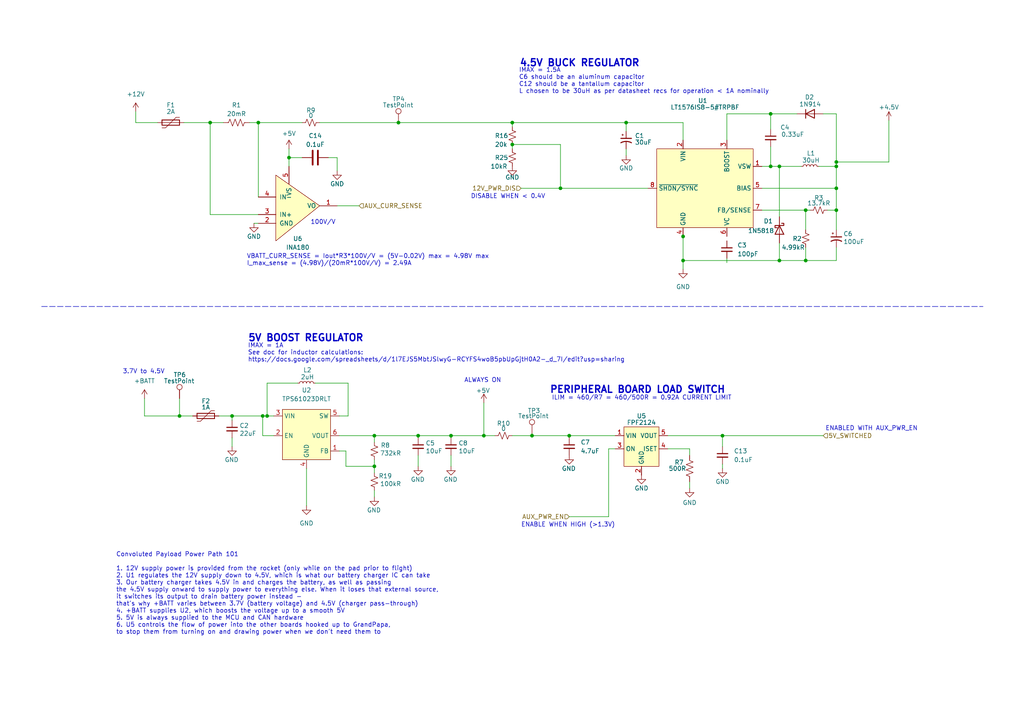
<source format=kicad_sch>
(kicad_sch (version 20211123) (generator eeschema)
  (paper "A4")
  (lib_symbols
    (symbol "CANHW:INA180" (pin_names (offset 1.016))
      (property "Reference" "U" (at -5.08 13.97 0))
      (property "Value" "INA180" (at -11.43 15.24 0))
      (symbol "INA180_0_1"
        (polyline (pts (xy 5.08 0) (xy -7.62 8.89)))
        (polyline (pts (xy -7.62 8.89) (xy -7.62 -10.16) (xy 5.08 0)) (fill (type background)))
      )
      (symbol "INA180_1_1"
        (pin output line (at 10.16 0 180) (length 5.08) (name "VO") (number "1"))
        (pin power_in line (at -12.7 -5.08 0) (length 5.08) (name "GND") (number "2"))
        (pin input line (at -12.7 -2.54 0) (length 5.08) (name "IN+") (number "3"))
        (pin input line (at -12.7 2.54 0) (length 5.08) (name "IN-") (number "4"))
        (pin power_in line (at -3.81 11.43 270) (length 5.08) (name "VS") (number "5"))
      )
    )
    (symbol "Connector:TestPoint" (pin_numbers hide) (pin_names (offset 0.762) hide)
      (property "Reference" "TP" (at 0 6.858 0))
      (property "Value" "TestPoint" (at 0 5.08 0))
      (symbol "TestPoint_0_1"
        (circle (center 0 3.302) (radius 0.762))
      )
      (symbol "TestPoint_1_1"
        (pin passive line (at 0 0 90) (length 2.54) (name "1") (number "1"))
      )
    )
    (symbol "Device:C" (pin_numbers hide) (pin_names (offset 0.254))
      (property "Reference" "C" (at 0.635 2.54 0))
      (property "Value" "C" (at 0.635 -2.54 0))
      (symbol "C_0_1"
        (polyline (pts (xy -2.032 -0.762) (xy 2.032 -0.762)) (stroke (width 0.508)))
        (polyline (pts (xy -2.032 0.762) (xy 2.032 0.762)) (stroke (width 0.508)))
      )
      (symbol "C_1_1"
        (pin passive line (at 0 3.81 270) (length 2.794) (name "~") (number "1"))
        (pin passive line (at 0 -3.81 90) (length 2.794) (name "~") (number "2"))
      )
    )
    (symbol "Device:C_Polarized_Small_US" (pin_numbers hide) (pin_names (offset 0.254) hide)
      (property "Reference" "C" (at 0.254 1.778 0))
      (property "Value" "C_Polarized_Small_US" (at 0.254 -2.032 0))
      (symbol "C_Polarized_Small_US_0_1"
        (polyline (pts (xy -1.524 0.508) (xy 1.524 0.508)) (stroke (width 0.3048)))
        (polyline (pts (xy -1.27 1.524) (xy -0.762 1.524)))
        (polyline (pts (xy -1.016 1.27) (xy -1.016 1.778)))
        (arc (start 1.524 -0.762) (mid 0 -0.3734) (end -1.524 -0.762) (stroke (width 0.3048)))
      )
      (symbol "C_Polarized_Small_US_1_1"
        (pin passive line (at 0 2.54 270) (length 2.032) (name "~") (number "1"))
        (pin passive line (at 0 -2.54 90) (length 2.032) (name "~") (number "2"))
      )
    )
    (symbol "Device:C_Small" (pin_numbers hide) (pin_names (offset 0.254) hide)
      (property "Reference" "C" (at 0.254 1.778 0))
      (property "Value" "C_Small" (at 0.254 -2.032 0))
      (symbol "C_Small_0_1"
        (polyline (pts (xy -1.524 -0.508) (xy 1.524 -0.508)) (stroke (width 0.3302)))
        (polyline (pts (xy -1.524 0.508) (xy 1.524 0.508)) (stroke (width 0.3048)))
      )
      (symbol "C_Small_1_1"
        (pin passive line (at 0 2.54 270) (length 2.032) (name "~") (number "1"))
        (pin passive line (at 0 -2.54 90) (length 2.032) (name "~") (number "2"))
      )
    )
    (symbol "Device:L_Small" (pin_numbers hide) (pin_names (offset 0.254) hide)
      (property "Reference" "L" (at 0.762 1.016 0))
      (property "Value" "L_Small" (at 0.762 -1.016 0))
      (symbol "L_Small_0_1"
        (arc (start 0 -2.032) (mid 0.508 -1.524) (end 0 -1.016))
        (arc (start 0 -1.016) (mid 0.508 -0.508) (end 0 0))
        (arc (start 0 0) (mid 0.508 0.508) (end 0 1.016))
        (arc (start 0 1.016) (mid 0.508 1.524) (end 0 2.032))
      )
      (symbol "L_Small_1_1"
        (pin passive line (at 0 2.54 270) (length 0.508) (name "~") (number "1"))
        (pin passive line (at 0 -2.54 90) (length 0.508) (name "~") (number "2"))
      )
    )
    (symbol "Device:Polyfuse" (pin_numbers hide) (pin_names (offset 0))
      (property "Reference" "F" (at -2.54 0 90))
      (property "Value" "Polyfuse" (at 2.54 0 90))
      (symbol "Polyfuse_0_1"
        (rectangle (start -0.762 2.54) (end 0.762 -2.54) (stroke (width 0.254)))
        (polyline (pts (xy 0 2.54) (xy 0 -2.54)))
        (polyline (pts (xy -1.524 2.54) (xy -1.524 1.524) (xy 1.524 -1.524) (xy 1.524 -2.54)))
      )
      (symbol "Polyfuse_1_1"
        (pin passive line (at 0 3.81 270) (length 1.27) (name "~") (number "1"))
        (pin passive line (at 0 -3.81 90) (length 1.27) (name "~") (number "2"))
      )
    )
    (symbol "Device:R_Small_US" (pin_numbers hide) (pin_names (offset 0.254) hide)
      (property "Reference" "R" (at 0.762 0.508 0))
      (property "Value" "R_Small_US" (at 0.762 -1.016 0))
      (symbol "R_Small_US_1_1"
        (polyline (pts (xy 0 0) (xy 1.016 -0.381) (xy 0 -0.762) (xy -1.016 -1.143) (xy 0 -1.524)))
        (polyline (pts (xy 0 1.524) (xy 1.016 1.143) (xy 0 0.762) (xy -1.016 0.381) (xy 0 0)))
        (pin passive line (at 0 2.54 270) (length 1.016) (name "~") (number "1"))
        (pin passive line (at 0 -2.54 90) (length 1.016) (name "~") (number "2"))
      )
    )
    (symbol "Device:R_US" (pin_numbers hide) (pin_names (offset 0))
      (property "Reference" "R" (at 2.54 0 90))
      (property "Value" "R_US" (at -2.54 0 90))
      (symbol "R_US_0_1"
        (polyline (pts (xy 0 -2.286) (xy 0 -2.54)))
        (polyline (pts (xy 0 2.286) (xy 0 2.54)))
        (polyline (pts (xy 0 -0.762) (xy 1.016 -1.143) (xy 0 -1.524) (xy -1.016 -1.905) (xy 0 -2.286)))
        (polyline (pts (xy 0 0.762) (xy 1.016 0.381) (xy 0 0) (xy -1.016 -0.381) (xy 0 -0.762)))
        (polyline (pts (xy 0 2.286) (xy 1.016 1.905) (xy 0 1.524) (xy -1.016 1.143) (xy 0 0.762)))
      )
      (symbol "R_US_1_1"
        (pin passive line (at 0 3.81 270) (length 1.27) (name "~") (number "1"))
        (pin passive line (at 0 -3.81 90) (length 1.27) (name "~") (number "2"))
      )
    )
    (symbol "Diode:1N5818" (pin_numbers hide) (pin_names (offset 1.016) hide)
      (property "Reference" "D" (at 0 2.54 0))
      (property "Value" "1N5818" (at 0 -2.54 0))
      (symbol "1N5818_0_1"
        (polyline (pts (xy 1.27 0) (xy -1.27 0)))
        (polyline (pts (xy 1.27 1.27) (xy 1.27 -1.27) (xy -1.27 0) (xy 1.27 1.27)) (stroke (width 0.254)))
        (polyline (pts (xy -1.905 0.635) (xy -1.905 1.27) (xy -1.27 1.27) (xy -1.27 -1.27) (xy -0.635 -1.27) (xy -0.635 -0.635)) (stroke (width 0.254)))
      )
      (symbol "1N5818_1_1"
        (pin passive line (at -3.81 0 0) (length 2.54) (name "K") (number "1"))
        (pin passive line (at 3.81 0 180) (length 2.54) (name "A") (number "2"))
      )
    )
    (symbol "Diode:1N914" (pin_numbers hide) (pin_names (offset 1.016) hide)
      (property "Reference" "D" (at 0 2.54 0))
      (property "Value" "1N914" (at 0 -2.54 0))
      (symbol "1N914_0_1"
        (polyline (pts (xy -1.27 1.27) (xy -1.27 -1.27)) (stroke (width 0.254)))
        (polyline (pts (xy 1.27 0) (xy -1.27 0)))
        (polyline (pts (xy 1.27 1.27) (xy 1.27 -1.27) (xy -1.27 0) (xy 1.27 1.27)) (stroke (width 0.254)))
      )
      (symbol "1N914_1_1"
        (pin passive line (at -3.81 0 0) (length 2.54) (name "K") (number "1"))
        (pin passive line (at 3.81 0 180) (length 2.54) (name "A") (number "2"))
      )
    )
    (symbol "grandpapa board:+4.5V" (power) (pin_names (offset 1.016))
      (property "Value" "+4.5V" (at -0.635 1.27 0))
      (symbol "+4.5V_0_1"
        (polyline (pts (xy 0 0) (xy 0 -2.54)))
        (polyline (pts (xy 0 0) (xy 0.635 -1.27)))
        (polyline (pts (xy 0 0) (xy -0.635 -1.27) (xy 0 0)))
      )
      (symbol "+4.5V_1_1"
        (pin power_in line (at 0 -2.54 90) (length 2.54) hide (name "+4.5V") (number "1"))
      )
    )
    (symbol "grandpapa board:FPF2124"
      (property "Reference" "U5" (at 0 9.525 0))
      (property "Value" "FPF2124" (at 0 7.62 0))
      (symbol "FPF2124_0_1"
        (rectangle (start -5.08 6.35) (end 5.08 -5.08) (fill (type background)))
      )
      (symbol "FPF2124_1_1"
        (pin power_in line (at -7.62 3.81 0) (length 2.54) (name "VIN") (number "1"))
        (pin power_in line (at 0 -7.62 90) (length 2.54) (name "GND") (number "2"))
        (pin input line (at -7.62 0 0) (length 2.54) (name "ON") (number "3"))
        (pin input line (at 7.62 0 180) (length 2.54) (name "ISET") (number "4"))
        (pin power_out line (at 7.62 3.81 180) (length 2.54) (name "VOUT") (number "5"))
      )
    )
    (symbol "grandpapa board:LT1576IS8-5#TRPBF"
      (property "Reference" "U" (at 0 5.08 0))
      (property "Value" "LT1576IS8-5#TRPBF" (at 0 2.54 0))
      (symbol "LT1576IS8-5#TRPBF_0_1"
        (rectangle (start -13.97 11.43) (end 13.97 -11.43) (fill (type background)))
      )
      (symbol "LT1576IS8-5#TRPBF_1_1"
        (pin power_out line (at 16.51 6.35 180) (length 2.54) (name "VSW") (number "1"))
        (pin power_in line (at -6.35 13.97 270) (length 2.54) (name "VIN") (number "2"))
        (pin output line (at 6.35 13.97 270) (length 2.54) (name "BOOST") (number "3"))
        (pin power_in line (at -6.35 -13.97 90) (length 2.54) (name "GND") (number "4"))
        (pin input line (at 16.51 0 180) (length 2.54) (name "BIAS") (number "5"))
        (pin input line (at 6.35 -13.97 90) (length 2.54) (name "VC") (number "6"))
        (pin input line (at 16.51 -6.35 180) (length 2.54) (name "FB/SENSE") (number "7"))
        (pin input line (at -16.51 0 0) (length 2.54) (name "~{SHDN/SYNC}") (number "8"))
      )
    )
    (symbol "grandpapa board:TPS61023DRLT"
      (property "Reference" "U2" (at 0 10.668 0))
      (property "Value" "TPS61023DRLT" (at 0 8.128 0))
      (symbol "TPS61023DRLT_0_1"
        (rectangle (start -6.985 5.08) (end 6.985 -9.525) (fill (type background)))
      )
      (symbol "TPS61023DRLT_1_1"
        (pin input line (at 9.525 -6.985 180) (length 2.54) (name "FB") (number "1"))
        (pin input line (at -9.525 -2.54 0) (length 2.54) (name "EN") (number "2"))
        (pin power_in line (at -9.525 3.175 0) (length 2.54) (name "VIN") (number "3"))
        (pin power_in line (at 0 -12.065 90) (length 2.54) (name "GND") (number "4"))
        (pin power_out line (at 9.525 3.175 180) (length 2.54) (name "SW") (number "5"))
        (pin power_out line (at 9.525 -2.54 180) (length 2.54) (name "VOUT") (number "6"))
      )
    )
    (symbol "power:+12V" (power) (pin_names (offset 0))
      (property "Value" "+12V" (at 0 3.556 0))
      (symbol "+12V_0_1"
        (polyline (pts (xy -0.762 1.27) (xy 0 2.54)))
        (polyline (pts (xy 0 0) (xy 0 2.54)))
        (polyline (pts (xy 0 2.54) (xy 0.762 1.27)))
      )
      (symbol "+12V_1_1"
        (pin power_in line (at 0 0 90) (length 0) hide (name "+12V") (number "1"))
      )
    )
    (symbol "power:+5V" (power) (pin_names (offset 0))
      (property "Value" "+5V" (at 0 3.556 0))
      (symbol "+5V_0_1"
        (polyline (pts (xy -0.762 1.27) (xy 0 2.54)))
        (polyline (pts (xy 0 0) (xy 0 2.54)))
        (polyline (pts (xy 0 2.54) (xy 0.762 1.27)))
      )
      (symbol "+5V_1_1"
        (pin power_in line (at 0 0 90) (length 0) hide (name "+5V") (number "1"))
      )
    )
    (symbol "power:+BATT" (power) (pin_names (offset 0))
      (property "Value" "+BATT" (at 0 3.556 0))
      (symbol "+BATT_0_1"
        (polyline (pts (xy -0.762 1.27) (xy 0 2.54)))
        (polyline (pts (xy 0 0) (xy 0 2.54)))
        (polyline (pts (xy 0 2.54) (xy 0.762 1.27)))
      )
      (symbol "+BATT_1_1"
        (pin power_in line (at 0 0 90) (length 0) hide (name "+BATT") (number "1"))
      )
    )
    (symbol "power:GND" (power) (pin_names (offset 0))
      (property "Value" "GND" (at 0 -3.81 0))
      (symbol "GND_0_1"
        (polyline (pts (xy 0 0) (xy 0 -1.27) (xy 1.27 -1.27) (xy 0 -2.54) (xy -1.27 -1.27) (xy 0 -1.27)))
      )
      (symbol "GND_1_1"
        (pin power_in line (at 0 0 270) (length 0) hide (name "GND") (number "1"))
      )
    )
  )
  (junction (at 209.55 126.365))
  (junction (at 242.57 48.26))
  (junction (at 242.57 46.99))
  (junction (at 83.82 45.72))
  (junction (at 108.585 126.365))
  (junction (at 148.59 35.56))
  (junction (at 67.31 120.65))
  (junction (at 233.68 75.565))
  (junction (at 77.47 120.65))
  (junction (at 242.57 60.96))
  (junction (at 154.305 126.365))
  (junction (at 165.1 126.365))
  (junction (at 198.12 68.58))
  (junction (at 140.335 126.365))
  (junction (at 74.93 35.56))
  (junction (at 148.59 41.91))
  (junction (at 226.06 48.26))
  (junction (at 130.81 126.365))
  (junction (at 60.96 35.56))
  (junction (at 181.61 35.56))
  (junction (at 198.12 75.565))
  (junction (at 108.585 135.255))
  (junction (at 242.57 54.61))
  (junction (at 76.2 120.65))
  (junction (at 223.52 48.26))
  (junction (at 121.285 126.365))
  (junction (at 233.68 60.96))
  (junction (at 226.06 75.565))
  (junction (at 162.56 54.61))
  (junction (at 52.07 120.65))
  (junction (at 115.57 35.56))
  (junction (at 223.52 33.02))
  (wire (pts (xy 148.59 35.56) (xy 181.61 35.56)))
  (wire (pts (xy 210.82 33.02) (xy 210.82 40.64)))
  (wire (pts (xy 210.82 74.93) (xy 210.82 76.2)))
  (wire (pts (xy 242.57 46.99) (xy 257.81 46.99)))
  (wire (pts (xy 52.07 120.65) (xy 55.88 120.65)))
  (wire (pts (xy 60.96 35.56) (xy 64.77 35.56)))
  (wire (pts (xy 67.31 120.65) (xy 76.2 120.65)))
  (wire (pts (xy 162.56 54.61) (xy 187.96 54.61)))
  (wire (pts (xy 242.57 48.26) (xy 237.49 48.26)))
  (wire (pts (xy 198.12 75.565) (xy 198.12 78.105)))
  (wire (pts (xy 223.52 33.02) (xy 223.52 37.465)))
  (wire (pts (xy 198.12 67.945) (xy 198.12 68.58)))
  (wire (pts (xy 226.06 48.26) (xy 226.06 62.865)))
  (wire (pts (xy 83.82 43.18) (xy 83.82 45.72)))
  (wire (pts (xy 41.91 115.57) (xy 41.91 120.65)))
  (wire (pts (xy 92.71 35.56) (xy 115.57 35.56)))
  (wire (pts (xy 77.47 120.65) (xy 77.47 111.125)))
  (wire (pts (xy 242.57 60.96) (xy 242.57 66.675)))
  (wire (pts (xy 193.675 130.175) (xy 200.025 130.175)))
  (wire (pts (xy 181.61 43.18) (xy 181.61 45.085)))
  (wire (pts (xy 151.13 54.61) (xy 162.56 54.61)))
  (wire (pts (xy 226.06 75.565) (xy 233.68 75.565)))
  (wire (pts (xy 148.59 41.91) (xy 148.59 43.18)))
  (wire (pts (xy 100.965 111.125) (xy 91.44 111.125)))
  (polyline (pts (xy 12.065 88.9) (xy 285.115 88.9)))
  (wire (pts (xy 130.81 126.365) (xy 140.335 126.365)))
  (wire (pts (xy 226.06 70.485) (xy 226.06 75.565)))
  (wire (pts (xy 233.68 60.96) (xy 234.95 60.96)))
  (wire (pts (xy 100.33 130.81) (xy 100.33 135.255)))
  (wire (pts (xy 77.47 120.65) (xy 79.375 120.65)))
  (wire (pts (xy 45.72 35.56) (xy 39.37 35.56)))
  (wire (pts (xy 63.5 120.65) (xy 67.31 120.65)))
  (wire (pts (xy 162.56 41.91) (xy 162.56 54.61)))
  (wire (pts (xy 181.61 35.56) (xy 198.12 35.56)))
  (wire (pts (xy 176.53 149.86) (xy 176.53 130.175)))
  (wire (pts (xy 83.82 45.72) (xy 83.82 48.26)))
  (wire (pts (xy 98.425 126.365) (xy 108.585 126.365)))
  (wire (pts (xy 209.55 135.89) (xy 209.55 134.62)))
  (wire (pts (xy 67.31 127) (xy 67.31 129.54)))
  (wire (pts (xy 165.1 126.365) (xy 165.1 127)))
  (wire (pts (xy 76.2 120.65) (xy 77.47 120.65)))
  (wire (pts (xy 198.12 75.565) (xy 226.06 75.565)))
  (wire (pts (xy 88.9 135.89) (xy 88.9 146.685)))
  (wire (pts (xy 121.285 132.08) (xy 121.285 135.255)))
  (wire (pts (xy 148.59 126.365) (xy 154.305 126.365)))
  (wire (pts (xy 108.585 126.365) (xy 121.285 126.365)))
  (wire (pts (xy 98.425 120.65) (xy 100.965 120.65)))
  (wire (pts (xy 233.68 75.565) (xy 242.57 75.565)))
  (wire (pts (xy 52.07 115.57) (xy 52.07 120.65)))
  (wire (pts (xy 98.425 130.81) (xy 100.33 130.81)))
  (wire (pts (xy 198.12 68.58) (xy 198.12 75.565)))
  (wire (pts (xy 223.52 33.02) (xy 231.14 33.02)))
  (wire (pts (xy 108.585 135.255) (xy 108.585 137.16)))
  (wire (pts (xy 257.81 34.925) (xy 257.81 46.99)))
  (wire (pts (xy 181.61 35.56) (xy 181.61 38.1)))
  (wire (pts (xy 223.52 48.26) (xy 226.06 48.26)))
  (wire (pts (xy 193.675 126.365) (xy 209.55 126.365)))
  (wire (pts (xy 121.285 126.365) (xy 121.285 127)))
  (wire (pts (xy 223.52 33.02) (xy 210.82 33.02)))
  (wire (pts (xy 220.98 60.96) (xy 233.68 60.96)))
  (wire (pts (xy 53.34 35.56) (xy 60.96 35.56)))
  (wire (pts (xy 233.68 71.755) (xy 233.68 75.565)))
  (wire (pts (xy 226.06 48.26) (xy 232.41 48.26)))
  (wire (pts (xy 79.375 126.365) (xy 76.2 126.365)))
  (wire (pts (xy 200.025 130.175) (xy 200.025 132.08)))
  (wire (pts (xy 242.57 46.99) (xy 242.57 48.26)))
  (wire (pts (xy 60.96 62.23) (xy 74.93 62.23)))
  (wire (pts (xy 165.1 149.86) (xy 176.53 149.86)))
  (wire (pts (xy 74.93 35.56) (xy 87.63 35.56)))
  (wire (pts (xy 74.93 35.56) (xy 74.93 57.15)))
  (wire (pts (xy 242.57 71.755) (xy 242.57 75.565)))
  (wire (pts (xy 83.82 45.72) (xy 87.63 45.72)))
  (wire (pts (xy 108.585 126.365) (xy 108.585 128.27)))
  (wire (pts (xy 223.52 42.545) (xy 223.52 48.26)))
  (wire (pts (xy 240.03 60.96) (xy 242.57 60.96)))
  (wire (pts (xy 41.91 120.65) (xy 52.07 120.65)))
  (wire (pts (xy 60.96 35.56) (xy 60.96 62.23)))
  (wire (pts (xy 39.37 35.56) (xy 39.37 32.385)))
  (wire (pts (xy 72.39 35.56) (xy 74.93 35.56)))
  (wire (pts (xy 154.305 126.365) (xy 154.305 125.73)))
  (wire (pts (xy 67.31 120.65) (xy 67.31 121.92)))
  (wire (pts (xy 165.1 126.365) (xy 178.435 126.365)))
  (wire (pts (xy 242.57 33.02) (xy 242.57 46.99)))
  (wire (pts (xy 209.55 126.365) (xy 209.55 129.54)))
  (wire (pts (xy 238.76 33.02) (xy 242.57 33.02)))
  (wire (pts (xy 97.79 45.72) (xy 97.79 49.53)))
  (wire (pts (xy 108.585 144.145) (xy 108.585 142.24)))
  (wire (pts (xy 108.585 135.255) (xy 100.33 135.255)))
  (wire (pts (xy 97.79 59.69) (xy 104.14 59.69)))
  (wire (pts (xy 233.68 60.96) (xy 233.68 66.675)))
  (wire (pts (xy 140.335 126.365) (xy 143.51 126.365)))
  (wire (pts (xy 130.81 132.08) (xy 130.81 135.255)))
  (wire (pts (xy 154.305 126.365) (xy 165.1 126.365)))
  (wire (pts (xy 242.57 54.61) (xy 242.57 60.96)))
  (wire (pts (xy 73.66 64.77) (xy 74.93 64.77)))
  (wire (pts (xy 108.585 133.35) (xy 108.585 135.255)))
  (wire (pts (xy 176.53 130.175) (xy 178.435 130.175)))
  (wire (pts (xy 242.57 48.26) (xy 242.57 54.61)))
  (wire (pts (xy 121.285 126.365) (xy 130.81 126.365)))
  (wire (pts (xy 130.81 126.365) (xy 130.81 127)))
  (wire (pts (xy 76.2 126.365) (xy 76.2 120.65)))
  (wire (pts (xy 200.025 141.605) (xy 200.025 139.7)))
  (wire (pts (xy 209.55 126.365) (xy 238.76 126.365)))
  (wire (pts (xy 140.335 116.84) (xy 140.335 126.365)))
  (wire (pts (xy 115.57 35.56) (xy 148.59 35.56)))
  (wire (pts (xy 220.98 48.26) (xy 223.52 48.26)))
  (wire (pts (xy 148.59 41.91) (xy 162.56 41.91)))
  (wire (pts (xy 220.98 54.61) (xy 242.57 54.61)))
  (wire (pts (xy 148.59 35.56) (xy 148.59 36.83)))
  (wire (pts (xy 100.965 120.65) (xy 100.965 111.125)))
  (wire (pts (xy 198.12 35.56) (xy 198.12 40.64)))
  (wire (pts (xy 77.47 111.125) (xy 86.36 111.125)))
  (wire (pts (xy 95.25 45.72) (xy 97.79 45.72)))
  (text "ILIM = 460/R7 = 460/500R = 0.92A CURRENT LIMIT" (at 160.02 116.205 0) (effects (font (size 1.27 1.27)) (justify left bottom)))
  (text "DISABLE WHEN < 0.4V\n" (at 136.525 57.785 0) (effects (font (size 1.27 1.27)) (justify left bottom)))
  (text "5V BOOST REGULATOR\n" (at 71.882 99.314 0) (effects (font (size 2 2) (thickness 0.4) bold) (justify left bottom)))
  (text "4.5V BUCK REGULATOR" (at 150.622 19.558 0) (effects (font (size 2 2) (thickness 0.4) bold) (justify left bottom)))
  (text "ALWAYS ON" (at 134.62 111.125 0) (effects (font (size 1.27 1.27)) (justify left bottom)))
  (text "PERIPHERAL BOARD LOAD SWITCH" (at 159.385 114.3 0) (effects (font (size 2 2) (thickness 0.4) bold) (justify left bottom)))
  (text "100V/V" (at 90.043 65.278 0) (effects (font (size 1.27 1.27)) (justify left bottom)))
  (text "3.7V to 4.5V" (at 35.56 108.585 0) (effects (font (size 1.27 1.27)) (justify left bottom)))
  (text "ENABLED WITH AUX_PWR_EN" (at 239.395 125.095 0) (effects (font (size 1.27 1.27)) (justify left bottom)))
  (text "VBATT_CURR_SENSE = Iout*R3*100V/V = (5V-0.02V) max = 4.98V max\nI_max_sense = (4.98V)/(20mR*100V/V) = 2.49A" (at 71.5557 77.2218 0) (effects (font (size 1.27 1.27)) (justify left bottom)))
  (text "ENABLE WHEN HIGH (>1.3V)" (at 151.13 153.035 0) (effects (font (size 1.27 1.27)) (justify left bottom)))
  (text "IMAX = 1A\nSee doc for inductor calculations:\nhttps://docs.google.com/spreadsheets/d/1l7EJS5MbtJSlwyG-RCYFS4woB5pbUpGjtH0A2-_d_7I/edit?usp=sharing" (at 71.882 105.156 0) (effects (font (size 1.27 1.27)) (justify left bottom)))
  (text "Convoluted Payload Power Path 101\n\n1. 12V supply power is provided from the rocket (only while on the pad prior to flight)\n2. U1 regulates the 12V supply down to 4.5V, which is what our battery charger IC can take\n3. Our battery charger takes 4.5V in and charges the battery, as well as passing \nthe 4.5V supply onward to supply power to everything else. When it loses that external source,\nit switches its output to drain battery power instead - \nthat's why +BATT varies between 3.7V (battery voltage) and 4.5V (charger pass-through)\n4. +BATT supplies U2, which boosts the voltage up to a smooth 5V\n5. 5V is always supplied to the MCU and CAN hardware\n6. U5 controls the flow of power into the other boards hooked up to GrandPapa,\nto stop them from turning on and drawing power when we don't need them to" (at 33.655 184.15 0) (effects (font (size 1.27 1.27)) (justify left bottom)))
  (text "IMAX = 1.5A\nC6 should be an aluminum capacitor\nC12 should be a tantallum capacitor\nL chosen to be 30uH as per datasheet recs for operation < 1A nominally" (at 150.495 27.305 0) (effects (font (size 1.27 1.27)) (justify left bottom)))
  (hierarchical_label "12V_PWR_DIS" (shape input) (at 151.13 54.61 180))
  (hierarchical_label "5V_SWITCHED" (shape input) (at 238.76 126.365 0))
  (hierarchical_label "AUX_PWR_EN" (shape input) (at 165.1 149.86 180))
  (hierarchical_label "AUX_CURR_SENSE" (shape input) (at 104.14 59.69 0))
  (symbol (lib_id "grandpapa board:FPF2124") (at 186.055 130.175 0) (unit 1)
    (property "Reference" "U5" (at 186.055 120.65 0))
    (property "Value" "FPF2124" (at 186.055 122.555 0))
    (property "Datasheet" "https://rocelec.widen.net/view/pdf/vfnq4ud3zc/ONSM-S-A0003590112-1.pdf?t.download=true&u=5oefqw" (effects hide))
  )
  (symbol (lib_id "power:GND") (at 121.285 135.255 0) (unit 1)
    (property "Reference" "#PWR056" (effects hide))
    (property "Value" "GND" (at 121.158 139.065 0))
  )
  (symbol (lib_id "Device:R_Small_US") (at 108.585 130.81 180) (unit 1)
    (property "Reference" "R8" (at 111.76 129.159 0))
    (property "Value" "732kR" (at 113.284 131.445 0))
  )
  (symbol (lib_id "Diode:1N914") (at 234.95 33.02 0) (unit 1)
    (property "Reference" "D2" (at 233.426 28.194 0) (effects (justify left)))
    (property "Value" "1N914" (at 231.775 30.226 0) (effects (justify left)))
    (property "Footprint" "Diode_THT:D_DO-35_SOD27_P7.62mm_Horizontal" (effects hide))
    (property "Datasheet" "http://www.vishay.com/docs/85622/1n914.pdf" (effects hide))
  )
  (symbol (lib_id "Device:R_US") (at 200.025 135.89 0) (unit 1)
    (property "Reference" "R7" (at 196.977 134.112 0))
    (property "Value" "500R" (at 196.469 135.89 0))
    (property "Footprint" "Resistor_SMD:R_1206_3216Metric_Pad1.30x1.75mm_HandSolder" (effects hide))
  )
  (symbol (lib_id "CANHW:INA180") (at 87.63 59.69 0) (unit 1)
    (property "Reference" "U6" (at 86.36 69.215 0))
    (property "Value" "INA180" (at 86.36 71.755 0))
    (property "Datasheet" "http://www.ti.com/lit/ds/symlink/ina180.pdf" (effects hide))
  )
  (symbol (lib_id "Device:L_Small") (at 234.95 48.26 90) (unit 1)
    (property "Reference" "L1" (at 235.204 44.45 90))
    (property "Value" "30uH" (at 235.204 46.482 90))
  )
  (symbol (lib_id "grandpapa board:TPS61023DRLT") (at 88.9 123.825 0) (unit 1)
    (property "Reference" "U2" (at 88.9 113.157 0))
    (property "Value" "TPS61023DRLT" (at 88.9 115.697 0))
    (property "Datasheet" "https://www.ti.com/lit/ds/symlink/tps61023.pdf?ts=1665966550114" (effects hide))
  )
  (symbol (lib_id "Device:C_Small") (at 165.1 129.54 0) (unit 1)
    (property "Reference" "C7" (at 168.402 128.2762 0) (effects (justify left)))
    (property "Value" "4.7uF" (at 168.402 130.8162 0) (effects (justify left)))
  )
  (symbol (lib_id "power:GND") (at 130.81 135.255 0) (unit 1)
    (property "Reference" "#PWR057" (effects hide))
    (property "Value" "GND" (at 130.683 139.065 0))
  )
  (symbol (lib_id "Device:C_Small") (at 209.55 132.08 0) (unit 1)
    (property "Reference" "C13" (at 212.852 130.8162 0) (effects (justify left)))
    (property "Value" "0.1uF" (at 212.852 133.3562 0) (effects (justify left)))
  )
  (symbol (lib_id "power:GND") (at 108.585 144.145 0) (unit 1)
    (property "Reference" "#PWR055" (effects hide))
    (property "Value" "GND" (at 108.458 147.955 0))
  )
  (symbol (lib_id "grandpapa board:+4.5V") (at 257.81 32.385 0) (unit 1)
    (property "Reference" "#PWR013" (effects hide))
    (property "Value" "+4.5V" (at 257.81 31.115 0))
  )
  (symbol (lib_id "power:+5V") (at 83.82 43.18 0) (unit 1)
    (property "Reference" "#PWR051" (effects hide))
    (property "Value" "+5V" (at 83.82 38.735 0))
  )
  (symbol (lib_id "Device:R_Small_US") (at 148.59 45.72 180) (unit 1)
    (property "Reference" "R25" (at 143.51 45.72 0) (effects (justify right)))
    (property "Value" "10kR" (at 142.24 48.26 0) (effects (justify right)))
  )
  (symbol (lib_id "power:GND") (at 209.55 135.89 0) (unit 1)
    (property "Reference" "#PWR035" (effects hide))
    (property "Value" "GND" (at 209.55 139.7 0))
  )
  (symbol (lib_id "grandpapa board:LT1576IS8-5#TRPBF") (at 204.47 54.61 0) (unit 1)
    (property "Reference" "U1" (at 203.835 29.21 0))
    (property "Value" "LT1576IS8-5#TRPBF" (at 204.47 31.115 0))
    (property "Datasheet" "https://rocelec.widen.net/view/pdf/p4n1bkzlzw/LITCS09241-1.pdf?t.download=true&u=5oefqw" (effects hide))
  )
  (symbol (lib_id "power:GND") (at 67.31 129.54 0) (unit 1)
    (property "Reference" "#PWR011" (effects hide))
    (property "Value" "GND" (at 67.183 133.35 0))
  )
  (symbol (lib_id "Device:C_Small") (at 210.82 72.39 0) (unit 1)
    (property "Reference" "C3" (at 213.868 71.1262 0) (effects (justify left)))
    (property "Value" "100pF" (at 213.868 73.6662 0) (effects (justify left)))
  )
  (symbol (lib_id "power:GND") (at 148.59 48.26 0) (unit 1)
    (property "Reference" "#PWR058" (effects hide))
    (property "Value" "GND" (at 148.59 51.435 0))
  )
  (symbol (lib_id "Device:R_US") (at 68.58 35.56 270) (unit 1)
    (property "Reference" "R1" (at 68.58 30.48 90))
    (property "Value" "20mR" (at 68.58 33.02 90))
    (property "Footprint" "Resistor_SMD:R_1206_3216Metric_Pad1.30x1.75mm_HandSolder" (effects hide))
  )
  (symbol (lib_id "power:GND") (at 198.12 78.105 0) (unit 1)
    (property "Reference" "#PWR012" (effects hide))
    (property "Value" "GND" (at 198.12 83.185 0))
  )
  (symbol (lib_id "power:GND") (at 186.055 137.795 0) (unit 1)
    (property "Reference" "#PWR028" (effects hide))
    (property "Value" "GND" (at 186.055 141.605 0))
  )
  (symbol (lib_id "Device:C_Small") (at 121.285 129.54 0) (unit 1)
    (property "Reference" "C5" (at 123.444 128.524 0) (effects (justify left)))
    (property "Value" "10uF" (at 123.444 130.81 0) (effects (justify left)))
  )
  (symbol (lib_id "Connector:TestPoint") (at 52.07 115.57 0) (unit 1)
    (property "Reference" "TP6" (at 50.292 108.712 0) (effects (justify left)))
    (property "Value" "TestPoint" (at 47.498 110.49 0) (effects (justify left)))
    (property "Footprint" "Connector_PinHeader_2.54mm:PinHeader_1x01_P2.54mm_Vertical" (effects hide))
  )
  (symbol (lib_id "power:+12V") (at 39.37 32.385 0) (unit 1)
    (property "Reference" "#PWR09" (effects hide))
    (property "Value" "+12V" (at 39.37 27.305 0))
  )
  (symbol (lib_id "Device:C_Small") (at 223.52 40.005 0) (unit 1)
    (property "Reference" "C4" (at 226.314 36.957 0) (effects (justify left)))
    (property "Value" "0.33uF" (at 226.568 38.989 0) (effects (justify left)))
  )
  (symbol (lib_id "Connector:TestPoint") (at 154.305 125.73 0) (unit 1)
    (property "Reference" "TP3" (at 153.035 119.126 0) (effects (justify left)))
    (property "Value" "TestPoint" (at 150.241 120.65 0) (effects (justify left)))
  )
  (symbol (lib_id "Device:Polyfuse") (at 59.69 120.65 90) (unit 1)
    (property "Reference" "F2" (at 59.69 116.332 90))
    (property "Value" "1A" (at 59.69 118.11 90))
  )
  (symbol (lib_id "Device:C_Polarized_Small_US") (at 242.57 69.215 0) (unit 1)
    (property "Reference" "C6" (at 244.602 67.818 0) (effects (justify left)))
    (property "Value" "100uF" (at 244.602 70.104 0) (effects (justify left)))
  )
  (symbol (lib_id "power:GND") (at 165.1 132.08 0) (unit 1)
    (property "Reference" "#PWR025" (effects hide))
    (property "Value" "GND" (at 164.973 135.89 0))
  )
  (symbol (lib_id "power:GND") (at 200.025 141.605 0) (unit 1)
    (property "Reference" "#PWR032" (effects hide))
    (property "Value" "GND" (at 200.025 145.796 0))
  )
  (symbol (lib_id "Device:L_Small") (at 88.9 111.125 90) (unit 1)
    (property "Reference" "L2" (at 89.154 107.315 90))
    (property "Value" "2uH" (at 89.154 109.347 90))
  )
  (symbol (lib_id "Device:R_Small_US") (at 148.59 39.37 180) (unit 1)
    (property "Reference" "R16" (at 143.51 39.37 0) (effects (justify right)))
    (property "Value" "20k" (at 143.51 41.91 0) (effects (justify right)))
  )
  (symbol (lib_id "Connector:TestPoint") (at 115.57 35.56 0) (unit 1)
    (property "Reference" "TP4" (at 113.792 28.702 0) (effects (justify left)))
    (property "Value" "TestPoint" (at 110.998 30.48 0) (effects (justify left)))
    (property "Footprint" "Connector_PinHeader_2.54mm:PinHeader_1x01_P2.54mm_Vertical" (effects hide))
  )
  (symbol (lib_id "Device:R_Small_US") (at 233.68 69.215 180) (unit 1)
    (property "Reference" "R2" (at 229.87 69.215 0) (effects (justify right)))
    (property "Value" "4.99kR" (at 226.695 71.755 0) (effects (justify right)))
  )
  (symbol (lib_id "Device:C_Small") (at 67.31 124.46 0) (unit 1)
    (property "Reference" "C2" (at 69.469 123.444 0) (effects (justify left)))
    (property "Value" "22uF" (at 69.469 125.73 0) (effects (justify left)))
  )
  (symbol (lib_id "Device:R_Small_US") (at 146.05 126.365 90) (unit 1)
    (property "Reference" "R10" (at 146.05 122.809 90))
    (property "Value" "0" (at 146.05 124.333 90))
  )
  (symbol (lib_id "power:GND") (at 73.66 64.77 0) (unit 1)
    (property "Reference" "#PWR031" (effects hide))
    (property "Value" "GND" (at 73.66 68.58 0))
  )
  (symbol (lib_id "power:+5V") (at 140.335 116.84 0) (unit 1)
    (property "Reference" "#PWR020" (effects hide))
    (property "Value" "+5V" (at 140.081 113.284 0))
  )
  (symbol (lib_id "Device:R_Small_US") (at 108.585 139.7 180) (unit 1)
    (property "Reference" "R19" (at 111.76 138.049 0))
    (property "Value" "100kR" (at 113.284 140.335 0))
  )
  (symbol (lib_id "Device:Polyfuse") (at 49.53 35.56 90) (unit 1)
    (property "Reference" "F1" (at 49.53 30.48 90))
    (property "Value" "2A" (at 49.53 32.385 90))
  )
  (symbol (lib_id "power:GND") (at 88.9 146.685 0) (unit 1)
    (property "Reference" "#PWR015" (effects hide))
    (property "Value" "GND" (at 88.9 151.765 0))
  )
  (symbol (lib_id "Device:R_Small_US") (at 90.17 35.56 90) (unit 1)
    (property "Reference" "R9" (at 90.17 32.004 90))
    (property "Value" "0" (at 90.17 33.528 90))
  )
  (symbol (lib_id "Device:C_Small") (at 130.81 129.54 0) (unit 1)
    (property "Reference" "C8" (at 132.969 128.524 0) (effects (justify left)))
    (property "Value" "10uF" (at 132.969 130.81 0) (effects (justify left)))
  )
  (symbol (lib_id "Device:C_Polarized_Small_US") (at 181.61 40.64 0) (unit 1)
    (property "Reference" "C1" (at 184.15 39.37 0) (effects (justify left)))
    (property "Value" "30uF" (at 184.15 41.275 0) (effects (justify left)))
  )
  (symbol (lib_id "Device:C") (at 91.44 45.72 270) (unit 1)
    (property "Reference" "C14" (at 91.44 39.37 90))
    (property "Value" "0.1uF" (at 91.44 41.91 90))
    (property "Footprint" "Capacitor_SMD:C_0805_2012Metric_Pad1.18x1.45mm_HandSolder" (effects hide))
  )
  (symbol (lib_id "power:+BATT") (at 41.91 115.57 0) (unit 1)
    (property "Reference" "#PWR08" (effects hide))
    (property "Value" "+BATT" (at 41.91 110.49 0))
  )
  (symbol (lib_id "Device:R_Small_US") (at 237.49 60.96 90) (unit 1)
    (property "Reference" "R3" (at 237.49 57.404 90))
    (property "Value" "13.7kR" (at 237.49 58.928 90))
  )
  (symbol (lib_id "power:GND") (at 181.61 45.085 0) (unit 1)
    (property "Reference" "#PWR010" (effects hide))
    (property "Value" "GND" (at 181.61 48.768 0))
  )
  (symbol (lib_id "Diode:1N5818") (at 226.06 66.675 270) (unit 1)
    (property "Reference" "D1" (at 221.488 64.135 90) (effects (justify left)))
    (property "Value" "1N5818" (at 216.916 66.929 90) (effects (justify left)))
    (property "Footprint" "Diode_THT:D_DO-41_SOD81_P10.16mm_Horizontal" (effects hide))
    (property "Datasheet" "http://www.vishay.com/docs/88525/1n5817.pdf" (effects hide))
  )
  (symbol (lib_id "power:GND") (at 97.79 49.53 0) (unit 1)
    (property "Reference" "#PWR052" (effects hide))
    (property "Value" "GND" (at 97.79 53.34 0))
  )
)
</source>
